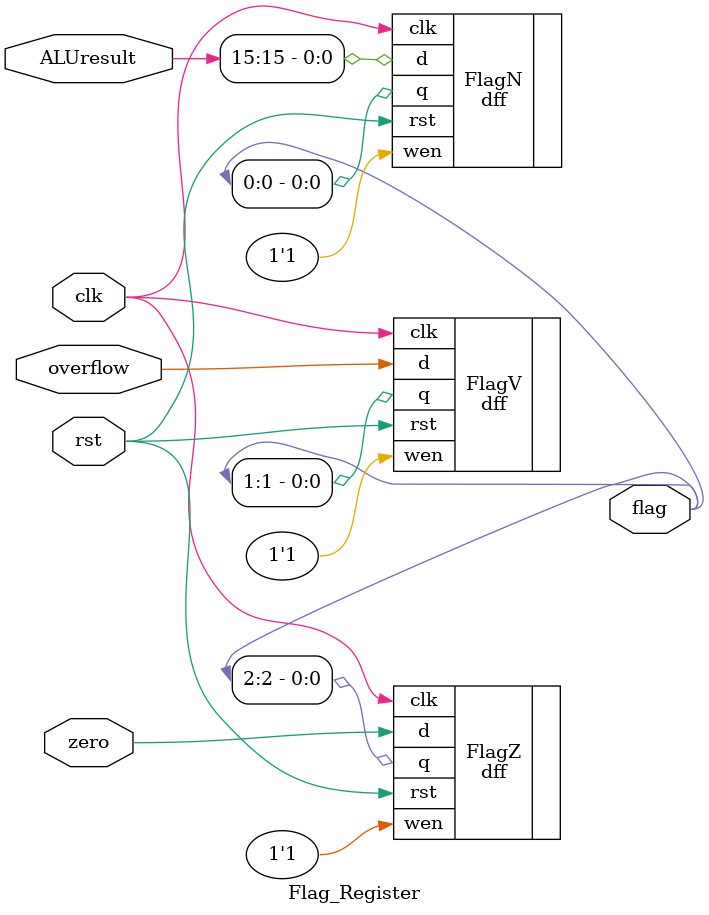
<source format=v>
module Flag_Register(input clk, input rst, input overflow, input zero, input [15:0] ALUresult, output [2:0] flag);

dff FlagZ(.q(flag[2]), .d(zero), .wen(1'b1), .clk(clk), .rst(rst));
dff FlagV(.q(flag[1]), .d(overflow), .wen(1'b1), .clk(clk), .rst(rst));
dff FlagN(.q(flag[0]), .d(ALUresult[15]), .wen(1'b1), .clk(clk), .rst(rst));

endmodule
</source>
